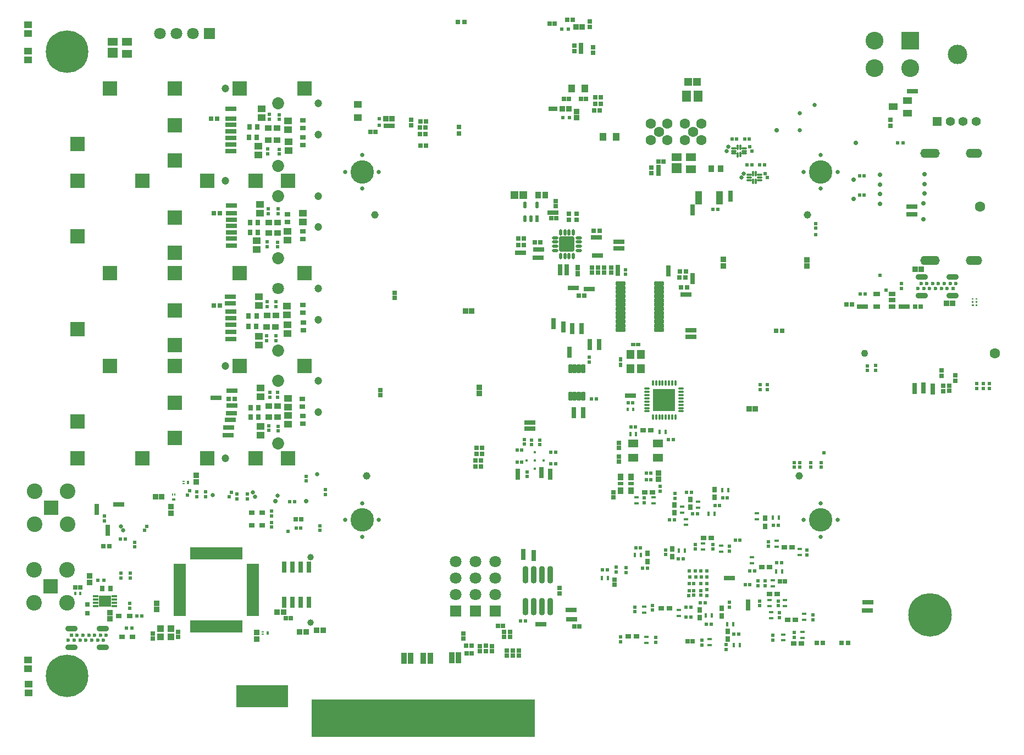
<source format=gbr>
G04*
G04 #@! TF.GenerationSoftware,Altium Limited,Altium Designer,24.2.2 (26)*
G04*
G04 Layer_Color=16711935*
%FSLAX25Y25*%
%MOIN*%
G70*
G04*
G04 #@! TF.SameCoordinates,80A8E479-4E92-43EF-BFA2-91FD1FC97BD2*
G04*
G04*
G04 #@! TF.FilePolarity,Negative*
G04*
G01*
G75*
%ADD20R,0.02288X0.02016*%
%ADD21R,0.02016X0.02288*%
%ADD34R,0.02657X0.01772*%
%ADD43R,0.02911X0.02648*%
%ADD48R,0.02756X0.02756*%
%ADD56R,0.02123X0.01860*%
%ADD61R,0.02631X0.02648*%
%ADD75R,0.01860X0.02123*%
%ADD77R,0.03740X0.02756*%
%ADD78R,0.02423X0.02254*%
%ADD79R,0.02985X0.03197*%
%ADD83R,0.01772X0.02657*%
%ADD97R,0.02204X0.02382*%
%ADD108R,0.02029X0.01860*%
%ADD110C,0.02362*%
%ADD114R,0.31496X0.13583*%
%ADD115R,1.35433X0.23032*%
%ADD116R,0.03359X0.03556*%
%ADD117R,0.03359X0.03162*%
%ADD118R,0.03600X0.17300*%
%ADD119R,0.03600X0.13400*%
%ADD121R,0.02965X0.02769*%
G04:AMPARAMS|DCode=122|XSize=15.87mil|YSize=31.62mil|CornerRadius=5.97mil|HoleSize=0mil|Usage=FLASHONLY|Rotation=0.000|XOffset=0mil|YOffset=0mil|HoleType=Round|Shape=RoundedRectangle|*
%AMROUNDEDRECTD122*
21,1,0.01587,0.01968,0,0,0.0*
21,1,0.00394,0.03162,0,0,0.0*
1,1,0.01194,0.00197,-0.00984*
1,1,0.01194,-0.00197,-0.00984*
1,1,0.01194,-0.00197,0.00984*
1,1,0.01194,0.00197,0.00984*
%
%ADD122ROUNDEDRECTD122*%
G04:AMPARAMS|DCode=123|XSize=15.87mil|YSize=31.62mil|CornerRadius=5.97mil|HoleSize=0mil|Usage=FLASHONLY|Rotation=270.000|XOffset=0mil|YOffset=0mil|HoleType=Round|Shape=RoundedRectangle|*
%AMROUNDEDRECTD123*
21,1,0.01587,0.01968,0,0,270.0*
21,1,0.00394,0.03162,0,0,270.0*
1,1,0.01194,-0.00984,-0.00197*
1,1,0.01194,-0.00984,0.00197*
1,1,0.01194,0.00984,0.00197*
1,1,0.01194,0.00984,-0.00197*
%
%ADD123ROUNDEDRECTD123*%
%ADD125R,0.02572X0.02572*%
%ADD126R,0.02572X0.02572*%
%ADD128R,0.03162X0.03359*%
%ADD138R,0.03458X0.03162*%
%ADD144R,0.03556X0.04343*%
%ADD145R,0.03556X0.03359*%
%ADD146R,0.03162X0.03458*%
%ADD147R,0.02769X0.02965*%
%ADD151R,0.03162X0.02965*%
%ADD154R,0.03359X0.03359*%
%ADD155R,0.03359X0.03359*%
%ADD156R,0.03556X0.03753*%
G04:AMPARAMS|DCode=161|XSize=15.87mil|YSize=35.56mil|CornerRadius=5.97mil|HoleSize=0mil|Usage=FLASHONLY|Rotation=180.000|XOffset=0mil|YOffset=0mil|HoleType=Round|Shape=RoundedRectangle|*
%AMROUNDEDRECTD161*
21,1,0.01587,0.02362,0,0,180.0*
21,1,0.00394,0.03556,0,0,180.0*
1,1,0.01194,-0.00197,0.01181*
1,1,0.01194,0.00197,0.01181*
1,1,0.01194,0.00197,-0.01181*
1,1,0.01194,-0.00197,-0.01181*
%
%ADD161ROUNDEDRECTD161*%
%ADD169R,0.02965X0.02965*%
%ADD170C,0.03937*%
%ADD171C,0.07296*%
%ADD172R,0.09068X0.09068*%
%ADD173C,0.07099*%
%ADD174C,0.04737*%
%ADD175C,0.05721*%
%ADD176C,0.04331*%
%ADD177C,0.06299*%
%ADD178O,0.09855X0.05524*%
%ADD179O,0.11824X0.05524*%
%ADD180C,0.06312*%
%ADD181C,0.26391*%
G04:AMPARAMS|DCode=182|XSize=35.43mil|YSize=74.8mil|CornerRadius=17.72mil|HoleSize=0mil|Usage=FLASHONLY|Rotation=270.000|XOffset=0mil|YOffset=0mil|HoleType=Round|Shape=RoundedRectangle|*
%AMROUNDEDRECTD182*
21,1,0.03543,0.03937,0,0,270.0*
21,1,0.00000,0.07480,0,0,270.0*
1,1,0.03543,-0.01968,0.00000*
1,1,0.03543,-0.01968,0.00000*
1,1,0.03543,0.01968,0.00000*
1,1,0.03543,0.01968,0.00000*
%
%ADD182ROUNDEDRECTD182*%
%ADD183R,0.02362X0.02362*%
%ADD184R,0.07099X0.07099*%
%ADD185C,0.14186*%
%ADD186C,0.10827*%
%ADD187R,0.10827X0.10827*%
%ADD188C,0.11800*%
%ADD189R,0.05472X0.05472*%
%ADD190C,0.05472*%
%ADD191C,0.04540*%
%ADD192R,0.07099X0.07099*%
%ADD193C,0.25800*%
%ADD194C,0.06300*%
%ADD195C,0.09461*%
%ADD196R,0.08674X0.08674*%
%ADD197C,0.01600*%
%ADD198C,0.02600*%
%ADD199C,0.02800*%
%ADD200C,0.02400*%
%ADD201C,0.02769*%
%ADD248R,0.04331X0.03937*%
%ADD250R,0.04921X0.03937*%
%ADD254R,0.02648X0.02631*%
%ADD256R,0.05906X0.04724*%
%ADD259R,0.02953X0.03543*%
%ADD261R,0.03543X0.02953*%
%ADD262R,0.04355X0.03773*%
%ADD264R,0.01968X0.01870*%
%ADD267R,0.01870X0.01968*%
%ADD268R,0.03937X0.04921*%
%ADD270R,0.03300X0.03900*%
%ADD271R,0.03300X0.02400*%
%ADD278R,0.01772X0.00787*%
%ADD279R,0.01772X0.02165*%
%ADD284R,0.02165X0.01772*%
%ADD285R,0.00787X0.01772*%
%ADD286R,0.05512X0.03937*%
%ADD287R,0.01575X0.01968*%
G04:AMPARAMS|DCode=295|XSize=40.88mil|YSize=20.95mil|CornerRadius=10.48mil|HoleSize=0mil|Usage=FLASHONLY|Rotation=90.000|XOffset=0mil|YOffset=0mil|HoleType=Round|Shape=RoundedRectangle|*
%AMROUNDEDRECTD295*
21,1,0.04088,0.00000,0,0,90.0*
21,1,0.01993,0.02095,0,0,90.0*
1,1,0.02095,0.00000,0.00996*
1,1,0.02095,0.00000,-0.00996*
1,1,0.02095,0.00000,-0.00996*
1,1,0.02095,0.00000,0.00996*
%
%ADD295ROUNDEDRECTD295*%
%ADD296R,0.02095X0.04088*%
%ADD300R,0.02681X0.02410*%
%ADD301R,0.02410X0.02681*%
%ADD302R,0.04724X0.05512*%
%ADD305R,0.03162X0.06902*%
G04:AMPARAMS|DCode=306|XSize=25.72mil|YSize=63.12mil|CornerRadius=5.95mil|HoleSize=0mil|Usage=FLASHONLY|Rotation=90.000|XOffset=0mil|YOffset=0mil|HoleType=Round|Shape=RoundedRectangle|*
%AMROUNDEDRECTD306*
21,1,0.02572,0.05122,0,0,90.0*
21,1,0.01382,0.06312,0,0,90.0*
1,1,0.01190,0.02561,0.00691*
1,1,0.01190,0.02561,-0.00691*
1,1,0.01190,-0.02561,-0.00691*
1,1,0.01190,-0.02561,0.00691*
%
%ADD306ROUNDEDRECTD306*%
%ADD307R,0.03753X0.03556*%
%ADD308R,0.06312X0.04737*%
%ADD309R,0.06312X0.06312*%
%ADD310R,0.04737X0.04343*%
%ADD311R,0.02769X0.02572*%
%ADD312R,0.03792X0.03635*%
%ADD313R,0.03635X0.03792*%
%ADD314R,0.04540X0.03950*%
%ADD315O,0.03556X0.10642*%
%ADD316R,0.03084X0.02926*%
%ADD317R,0.02965X0.02965*%
%ADD318R,0.13543X0.13543*%
%ADD319O,0.03268X0.01654*%
%ADD320O,0.01654X0.03268*%
%ADD321R,0.07296X0.01981*%
%ADD322R,0.01981X0.07296*%
G04:AMPARAMS|DCode=323|XSize=25.72mil|YSize=53.28mil|CornerRadius=5.95mil|HoleSize=0mil|Usage=FLASHONLY|Rotation=0.000|XOffset=0mil|YOffset=0mil|HoleType=Round|Shape=RoundedRectangle|*
%AMROUNDEDRECTD323*
21,1,0.02572,0.04138,0,0,0.0*
21,1,0.01382,0.05328,0,0,0.0*
1,1,0.01190,0.00691,-0.02069*
1,1,0.01190,-0.00691,-0.02069*
1,1,0.01190,-0.00691,0.02069*
1,1,0.01190,0.00691,0.02069*
%
%ADD323ROUNDEDRECTD323*%
%ADD324R,0.03950X0.02965*%
%ADD325R,0.02769X0.02808*%
%ADD326R,0.02847X0.03005*%
%ADD327R,0.03556X0.01784*%
%ADD328R,0.07493X0.07099*%
%ADD329R,0.04147X0.01981*%
%ADD330R,0.03753X0.04147*%
%ADD331R,0.04934X0.05131*%
G04:AMPARAMS|DCode=332|XSize=90.68mil|YSize=90.68mil|CornerRadius=6.07mil|HoleSize=0mil|Usage=FLASHONLY|Rotation=180.000|XOffset=0mil|YOffset=0mil|HoleType=Round|Shape=RoundedRectangle|*
%AMROUNDEDRECTD332*
21,1,0.09068,0.07854,0,0,180.0*
21,1,0.07854,0.09068,0,0,180.0*
1,1,0.01213,-0.03927,0.03927*
1,1,0.01213,0.03927,0.03927*
1,1,0.01213,0.03927,-0.03927*
1,1,0.01213,-0.03927,-0.03927*
%
%ADD332ROUNDEDRECTD332*%
G04:AMPARAMS|DCode=333|XSize=19.81mil|YSize=37.53mil|CornerRadius=5.95mil|HoleSize=0mil|Usage=FLASHONLY|Rotation=180.000|XOffset=0mil|YOffset=0mil|HoleType=Round|Shape=RoundedRectangle|*
%AMROUNDEDRECTD333*
21,1,0.01981,0.02563,0,0,180.0*
21,1,0.00791,0.03753,0,0,180.0*
1,1,0.01190,-0.00396,0.01282*
1,1,0.01190,0.00396,0.01282*
1,1,0.01190,0.00396,-0.01282*
1,1,0.01190,-0.00396,-0.01282*
%
%ADD333ROUNDEDRECTD333*%
G04:AMPARAMS|DCode=334|XSize=19.81mil|YSize=37.53mil|CornerRadius=5.95mil|HoleSize=0mil|Usage=FLASHONLY|Rotation=90.000|XOffset=0mil|YOffset=0mil|HoleType=Round|Shape=RoundedRectangle|*
%AMROUNDEDRECTD334*
21,1,0.01981,0.02563,0,0,90.0*
21,1,0.00791,0.03753,0,0,90.0*
1,1,0.01190,0.01282,0.00396*
1,1,0.01190,0.01282,-0.00396*
1,1,0.01190,-0.01282,-0.00396*
1,1,0.01190,-0.01282,0.00396*
%
%ADD334ROUNDEDRECTD334*%
%ADD335R,0.05328X0.06509*%
%ADD336R,0.03320X0.03477*%
G36*
X552110Y-149386D02*
X552165Y-149442D01*
X552195Y-149514D01*
Y-149553D01*
Y-149947D01*
Y-149986D01*
X552165Y-150058D01*
X552110Y-150114D01*
X552038Y-150144D01*
X551172D01*
X551100Y-150114D01*
X551044Y-150058D01*
X551014Y-149986D01*
Y-149947D01*
Y-149553D01*
Y-149514D01*
X551044Y-149442D01*
X551100Y-149386D01*
X551172Y-149356D01*
X552038D01*
X552110Y-149386D01*
D02*
G37*
G36*
X549748D02*
X549803Y-149442D01*
X549833Y-149514D01*
Y-149553D01*
Y-149947D01*
Y-149986D01*
X549803Y-150058D01*
X549748Y-150114D01*
X549676Y-150144D01*
X548810D01*
X548737Y-150114D01*
X548682Y-150058D01*
X548652Y-149986D01*
Y-149947D01*
Y-149553D01*
Y-149514D01*
X548682Y-149442D01*
X548737Y-149386D01*
X548810Y-149356D01*
X549676D01*
X549748Y-149386D01*
D02*
G37*
G36*
X552110Y-151355D02*
X552165Y-151410D01*
X552195Y-151482D01*
Y-151522D01*
Y-151915D01*
Y-151954D01*
X552165Y-152027D01*
X552110Y-152082D01*
X552038Y-152112D01*
X551172D01*
X551100Y-152082D01*
X551044Y-152027D01*
X551014Y-151954D01*
Y-151915D01*
Y-151522D01*
Y-151482D01*
X551044Y-151410D01*
X551100Y-151355D01*
X551172Y-151325D01*
X552038D01*
X552110Y-151355D01*
D02*
G37*
G36*
X549748D02*
X549803Y-151410D01*
X549833Y-151482D01*
Y-151522D01*
Y-151915D01*
Y-151954D01*
X549803Y-152027D01*
X549748Y-152082D01*
X549676Y-152112D01*
X548810D01*
X548737Y-152082D01*
X548682Y-152027D01*
X548652Y-151954D01*
Y-151915D01*
Y-151522D01*
Y-151482D01*
X548682Y-151410D01*
X548737Y-151355D01*
X548810Y-151325D01*
X549676D01*
X549748Y-151355D01*
D02*
G37*
G36*
X552110Y-153323D02*
X552165Y-153379D01*
X552195Y-153451D01*
Y-153490D01*
Y-153884D01*
Y-153923D01*
X552165Y-153995D01*
X552110Y-154051D01*
X552038Y-154081D01*
X551172D01*
X551100Y-154051D01*
X551044Y-153995D01*
X551014Y-153923D01*
Y-153884D01*
Y-153490D01*
Y-153451D01*
X551044Y-153379D01*
X551100Y-153323D01*
X551172Y-153293D01*
X552038D01*
X552110Y-153323D01*
D02*
G37*
G36*
X549945D02*
X550000Y-153379D01*
X550030Y-153451D01*
Y-153490D01*
Y-153884D01*
Y-153923D01*
X550000Y-153995D01*
X549945Y-154051D01*
X549872Y-154081D01*
X548810D01*
X548737Y-154051D01*
X548682Y-153995D01*
X548652Y-153923D01*
Y-153884D01*
Y-153490D01*
Y-153451D01*
X548682Y-153379D01*
X548737Y-153323D01*
X548810Y-153293D01*
X549872D01*
X549945Y-153323D01*
D02*
G37*
D20*
X344886Y-227625D02*
D03*
X342008D02*
D03*
X364745Y-235189D02*
D03*
X367624D02*
D03*
X483580Y-86684D02*
D03*
X480701D02*
D03*
Y-75325D02*
D03*
X483580D02*
D03*
X273035Y-241440D02*
D03*
X275914D02*
D03*
X293508Y-249983D02*
D03*
X296386D02*
D03*
X275914Y-248841D02*
D03*
X273035D02*
D03*
X293508Y-242739D02*
D03*
X296386D02*
D03*
X327726Y-314261D02*
D03*
X324848D02*
D03*
X278061Y-345307D02*
D03*
X275183D02*
D03*
X347927Y-300752D02*
D03*
X345049D02*
D03*
X352125Y-313248D02*
D03*
X349247D02*
D03*
X368321Y-283981D02*
D03*
X365443D02*
D03*
X370896Y-307656D02*
D03*
X373775D02*
D03*
X382454Y-280340D02*
D03*
X379576D02*
D03*
X378701Y-267264D02*
D03*
X375823D02*
D03*
X392985Y-275324D02*
D03*
X395864D02*
D03*
X397682Y-270454D02*
D03*
X400560D02*
D03*
X408211Y-296223D02*
D03*
X405333D02*
D03*
X428427Y-287222D02*
D03*
X431306D02*
D03*
X416959Y-314918D02*
D03*
X414081D02*
D03*
X430439Y-310000D02*
D03*
X433317D02*
D03*
X414193Y-323079D02*
D03*
X411315D02*
D03*
X404529Y-353241D02*
D03*
X407407D02*
D03*
X387739Y-347319D02*
D03*
X390618D02*
D03*
X384252Y-334147D02*
D03*
X387130D02*
D03*
X375527Y-336756D02*
D03*
X378406D02*
D03*
X375395Y-342722D02*
D03*
X378274D02*
D03*
X321018Y-210585D02*
D03*
X318140D02*
D03*
X481095Y-146983D02*
D03*
X483973D02*
D03*
X35331Y-295474D02*
D03*
X32453D02*
D03*
X135153Y-272729D02*
D03*
X138031D02*
D03*
X406262Y-53007D02*
D03*
X403384D02*
D03*
X410962D02*
D03*
X413841D02*
D03*
X420209Y-68583D02*
D03*
X423087D02*
D03*
X415308D02*
D03*
X412430D02*
D03*
X394772Y-95374D02*
D03*
X391893D02*
D03*
X343213Y-212680D02*
D03*
X340335D02*
D03*
D21*
X344356Y-336740D02*
D03*
Y-339618D02*
D03*
X357074Y-358050D02*
D03*
Y-355171D02*
D03*
X359724Y-263648D02*
D03*
Y-266526D02*
D03*
X350264Y-270553D02*
D03*
Y-273431D02*
D03*
X559503Y-201313D02*
D03*
Y-204191D02*
D03*
X555669Y-201313D02*
D03*
Y-204191D02*
D03*
X551863Y-201313D02*
D03*
Y-204191D02*
D03*
X490408Y-193080D02*
D03*
Y-190202D02*
D03*
X485443Y-193245D02*
D03*
Y-190367D02*
D03*
X123027Y-209376D02*
D03*
Y-206498D02*
D03*
X127852Y-209343D02*
D03*
Y-206464D02*
D03*
X128040Y-227070D02*
D03*
Y-229948D02*
D03*
X121355Y-154492D02*
D03*
Y-151613D02*
D03*
X126919Y-154456D02*
D03*
Y-151578D02*
D03*
X121141Y-172233D02*
D03*
Y-175112D02*
D03*
X126844Y-172233D02*
D03*
Y-175112D02*
D03*
X281819Y-235394D02*
D03*
Y-238272D02*
D03*
X279002Y-257564D02*
D03*
Y-254685D02*
D03*
X127853Y-118265D02*
D03*
Y-115386D02*
D03*
X121447Y-118096D02*
D03*
Y-115218D02*
D03*
X128673Y-61997D02*
D03*
Y-59118D02*
D03*
X121634Y-61701D02*
D03*
Y-58823D02*
D03*
X122328Y-229586D02*
D03*
Y-226707D02*
D03*
X286876Y-238272D02*
D03*
Y-235394D02*
D03*
X277335Y-237982D02*
D03*
Y-235104D02*
D03*
X401889Y-299924D02*
D03*
Y-302802D02*
D03*
X339051Y-315700D02*
D03*
Y-312822D02*
D03*
X333010Y-315349D02*
D03*
Y-312471D02*
D03*
X368747Y-270690D02*
D03*
Y-267812D02*
D03*
X363035Y-302107D02*
D03*
Y-304985D02*
D03*
X391718Y-298773D02*
D03*
Y-301651D02*
D03*
X381165Y-298773D02*
D03*
Y-301651D02*
D03*
X425604Y-299909D02*
D03*
Y-297031D02*
D03*
X448823Y-302165D02*
D03*
Y-305043D02*
D03*
X419198Y-320856D02*
D03*
Y-323735D02*
D03*
X423336Y-320919D02*
D03*
Y-323798D02*
D03*
X420158Y-333016D02*
D03*
Y-335894D02*
D03*
X431311Y-333016D02*
D03*
Y-335894D02*
D03*
X432074Y-343153D02*
D03*
Y-340274D02*
D03*
X452498Y-344438D02*
D03*
Y-341560D02*
D03*
X428149Y-356853D02*
D03*
Y-353974D02*
D03*
X440969Y-355032D02*
D03*
Y-352153D02*
D03*
X399669Y-359639D02*
D03*
Y-362517D02*
D03*
X385002Y-356992D02*
D03*
Y-359871D02*
D03*
X401716Y-336829D02*
D03*
Y-333951D02*
D03*
X355251Y-338672D02*
D03*
Y-335793D02*
D03*
X335938Y-354876D02*
D03*
Y-357754D02*
D03*
X316629Y-185271D02*
D03*
Y-188149D02*
D03*
X338900Y-132012D02*
D03*
Y-134890D02*
D03*
X153332Y-290286D02*
D03*
Y-287408D02*
D03*
X505959Y-140480D02*
D03*
Y-143358D02*
D03*
X41065Y-297396D02*
D03*
Y-300274D02*
D03*
X22748Y-284510D02*
D03*
Y-281632D02*
D03*
X109510Y-268246D02*
D03*
Y-271124D02*
D03*
X103211Y-268246D02*
D03*
Y-271124D02*
D03*
X84033Y-266868D02*
D03*
Y-269746D02*
D03*
X78718Y-266868D02*
D03*
Y-269746D02*
D03*
X145238Y-260310D02*
D03*
Y-257432D02*
D03*
X156766Y-268395D02*
D03*
Y-265517D02*
D03*
X38158Y-334583D02*
D03*
Y-337461D02*
D03*
X128673Y-40947D02*
D03*
Y-38069D02*
D03*
X127969Y-98110D02*
D03*
Y-95232D02*
D03*
X122005Y-98180D02*
D03*
Y-95302D02*
D03*
X122642Y-37989D02*
D03*
Y-40867D02*
D03*
D34*
X345342Y-270138D02*
D03*
Y-273780D02*
D03*
X355763Y-273746D02*
D03*
Y-270104D02*
D03*
X396647Y-299374D02*
D03*
Y-303016D02*
D03*
X350133Y-340193D02*
D03*
Y-336551D02*
D03*
X373050Y-279566D02*
D03*
Y-275924D02*
D03*
X382787Y-276388D02*
D03*
Y-272747D02*
D03*
X385671Y-298265D02*
D03*
Y-301907D02*
D03*
X418559Y-283415D02*
D03*
Y-279774D02*
D03*
X430500Y-300291D02*
D03*
Y-296649D02*
D03*
X444295Y-301444D02*
D03*
Y-305086D02*
D03*
X415520Y-310246D02*
D03*
Y-306604D02*
D03*
X428098Y-320538D02*
D03*
Y-324179D02*
D03*
X426003Y-332634D02*
D03*
Y-336276D02*
D03*
X435564Y-332669D02*
D03*
Y-336311D02*
D03*
X427141Y-343381D02*
D03*
Y-339739D02*
D03*
X447209Y-344542D02*
D03*
Y-340901D02*
D03*
X434536Y-357005D02*
D03*
Y-353364D02*
D03*
X446067Y-355413D02*
D03*
Y-351772D02*
D03*
X389825Y-356315D02*
D03*
Y-359957D02*
D03*
X370957Y-342237D02*
D03*
Y-338595D02*
D03*
X351462Y-354790D02*
D03*
Y-358431D02*
D03*
X375395Y-286995D02*
D03*
Y-283354D02*
D03*
D43*
X433665Y-169315D02*
D03*
X429991D02*
D03*
D48*
X12277Y-340634D02*
D03*
Y-335122D02*
D03*
D56*
X351359Y-255562D02*
D03*
X354246D02*
D03*
X351283Y-259460D02*
D03*
X354169D02*
D03*
X141915Y-288847D02*
D03*
X139028D02*
D03*
D61*
X241061Y17992D02*
D03*
X237107D02*
D03*
X458571Y-358586D02*
D03*
X454617D02*
D03*
X469937Y-358545D02*
D03*
X473891D02*
D03*
D75*
X424631Y-204759D02*
D03*
Y-201873D02*
D03*
X420506Y-204857D02*
D03*
Y-201971D02*
D03*
X32836Y-316162D02*
D03*
Y-319048D02*
D03*
X38386Y-319146D02*
D03*
Y-316260D02*
D03*
D77*
X111991Y-287291D02*
D03*
X118487D02*
D03*
Y-279631D02*
D03*
X111991D02*
D03*
X38032Y-342159D02*
D03*
X31536D02*
D03*
X39863Y-354991D02*
D03*
X33367D02*
D03*
D78*
X18906Y-320440D02*
D03*
X22281D02*
D03*
X39369Y-349357D02*
D03*
X35995D02*
D03*
X507137Y-55337D02*
D03*
X503763D02*
D03*
D79*
X26396Y-325656D02*
D03*
X21459D02*
D03*
D83*
X345268Y-231903D02*
D03*
X341626D02*
D03*
X359336Y-230579D02*
D03*
X362978D02*
D03*
X328165Y-319044D02*
D03*
X324523D02*
D03*
X348165Y-305187D02*
D03*
X344523D02*
D03*
X370978Y-302524D02*
D03*
X374620D02*
D03*
X392870Y-280198D02*
D03*
X389228D02*
D03*
X397300Y-265717D02*
D03*
X400942D02*
D03*
X428187Y-282426D02*
D03*
X431828D02*
D03*
X430254Y-315019D02*
D03*
X433895D02*
D03*
X404443Y-359750D02*
D03*
X408084D02*
D03*
X400555Y-347080D02*
D03*
X404196D02*
D03*
X387407Y-341828D02*
D03*
X391049D02*
D03*
D97*
X124092Y-285349D02*
D03*
Y-288321D02*
D03*
Y-281527D02*
D03*
Y-278556D02*
D03*
D108*
X45310Y-342159D02*
D03*
X42329D02*
D03*
D110*
X23927Y-353845D02*
D03*
X22155Y-356916D02*
D03*
X20384Y-353845D02*
D03*
X18612Y-356916D02*
D03*
X16841Y-353845D02*
D03*
X15069Y-356916D02*
D03*
X13297Y-353845D02*
D03*
X11526Y-356916D02*
D03*
X9754Y-353845D02*
D03*
X7982Y-356916D02*
D03*
X6211Y-353845D02*
D03*
X4439Y-356916D02*
D03*
X896D02*
D03*
X539201Y-140589D02*
D03*
X535658D02*
D03*
X533886Y-143660D02*
D03*
X532114Y-140589D02*
D03*
X530342Y-143660D02*
D03*
X528571Y-140589D02*
D03*
X526799Y-143660D02*
D03*
X525028Y-140589D02*
D03*
X523256Y-143660D02*
D03*
X521484Y-140589D02*
D03*
X519713Y-143660D02*
D03*
X517941Y-140589D02*
D03*
X516169Y-143660D02*
D03*
D114*
X118504Y-390698D02*
D03*
D115*
X216142Y-404084D02*
D03*
D116*
X249984Y-207334D02*
D03*
Y-203594D02*
D03*
X398150Y-125943D02*
D03*
Y-129683D02*
D03*
X358635Y-255525D02*
D03*
Y-259265D02*
D03*
X448685Y-129890D02*
D03*
Y-126150D02*
D03*
D117*
X296510Y-97444D02*
D03*
X293163D02*
D03*
X377107Y-147160D02*
D03*
X373761D02*
D03*
X305421Y-143307D02*
D03*
X308767D02*
D03*
X487157Y-338853D02*
D03*
X483811D02*
D03*
X487551Y-333951D02*
D03*
X484205D02*
D03*
X101173Y-34532D02*
D03*
X97827D02*
D03*
X91969Y-209857D02*
D03*
X88623D02*
D03*
X101787Y-205476D02*
D03*
X98441D02*
D03*
X101673Y-214628D02*
D03*
X98326D02*
D03*
X101378Y-219018D02*
D03*
X98032D02*
D03*
X100833Y-223016D02*
D03*
X97486D02*
D03*
X99705Y-227750D02*
D03*
X96359D02*
D03*
X99500Y-232623D02*
D03*
X96153D02*
D03*
X100833Y-152568D02*
D03*
X97486D02*
D03*
X100833Y-148368D02*
D03*
X97486D02*
D03*
X101227Y-157344D02*
D03*
X97880D02*
D03*
X101173Y-161561D02*
D03*
X97827D02*
D03*
X101014Y-165661D02*
D03*
X97668D02*
D03*
X101000Y-169841D02*
D03*
X97654D02*
D03*
X101000Y-174083D02*
D03*
X97654D02*
D03*
X193779Y-44972D02*
D03*
X197126D02*
D03*
X279146Y-228439D02*
D03*
X282492D02*
D03*
X399939Y-319114D02*
D03*
X403285D02*
D03*
X304391Y-344299D02*
D03*
X307737D02*
D03*
X303997Y-338372D02*
D03*
X307343D02*
D03*
X288966Y-347036D02*
D03*
X285619D02*
D03*
X318302Y-143744D02*
D03*
X314956D02*
D03*
X376713Y-168763D02*
D03*
X380060D02*
D03*
X376713Y-172725D02*
D03*
X380060D02*
D03*
X484207Y-154464D02*
D03*
X480861D02*
D03*
X506255Y-154629D02*
D03*
X509601D02*
D03*
X101394Y-105477D02*
D03*
X98047D02*
D03*
X511146Y-23798D02*
D03*
X514493D02*
D03*
X29824Y-274659D02*
D03*
X33170D02*
D03*
X98047Y-97922D02*
D03*
X101394D02*
D03*
X98047Y-93310D02*
D03*
X101394D02*
D03*
X98047Y-113289D02*
D03*
X101394D02*
D03*
X98047Y-117485D02*
D03*
X101394D02*
D03*
Y-109432D02*
D03*
X98047D02*
D03*
Y-101854D02*
D03*
X101394D02*
D03*
X282492Y-224803D02*
D03*
X279146D02*
D03*
X97827Y-60024D02*
D03*
X101173D02*
D03*
X97827Y-48213D02*
D03*
X101173D02*
D03*
X97827Y-56009D02*
D03*
X101173D02*
D03*
Y-52150D02*
D03*
X97827D02*
D03*
Y-44196D02*
D03*
X101173D02*
D03*
Y-40609D02*
D03*
X97827D02*
D03*
X284113Y-124801D02*
D03*
X287460D02*
D03*
X284507Y-120007D02*
D03*
X287854D02*
D03*
X323444Y-123420D02*
D03*
X320098D02*
D03*
X336295Y-115256D02*
D03*
X332948D02*
D03*
X336295Y-119079D02*
D03*
X332948D02*
D03*
X273479Y-121808D02*
D03*
X276825D02*
D03*
X322925Y-112402D02*
D03*
X319579D02*
D03*
X343447Y-208380D02*
D03*
X340100D02*
D03*
X510807Y-98430D02*
D03*
X514153D02*
D03*
X510749Y-93985D02*
D03*
X514095D02*
D03*
D118*
X281604Y-401427D02*
D03*
X159557D02*
D03*
X155620D02*
D03*
X187116D02*
D03*
X183179D02*
D03*
X242234D02*
D03*
X273730D02*
D03*
X269793D02*
D03*
X257982D02*
D03*
X238297D02*
D03*
X254045D02*
D03*
X222549D02*
D03*
X218612D02*
D03*
X210738D02*
D03*
X206801D02*
D03*
X191053D02*
D03*
X167431D02*
D03*
X171368D02*
D03*
X175305D02*
D03*
X179242D02*
D03*
X230423D02*
D03*
X214675D02*
D03*
X202864D02*
D03*
X250108D02*
D03*
X265856D02*
D03*
X246171D02*
D03*
X277667D02*
D03*
X261919D02*
D03*
X234360D02*
D03*
X226486D02*
D03*
X163494D02*
D03*
D119*
X151683Y-399477D02*
D03*
D121*
X264294Y-348020D02*
D03*
X261341D02*
D03*
X432509Y-321227D02*
D03*
X435462D02*
D03*
X135728Y-343537D02*
D03*
X132776D02*
D03*
D122*
X417717Y-73855D02*
D03*
X416142Y-78579D02*
D03*
Y-73855D02*
D03*
X408497Y-57691D02*
D03*
X406922Y-62415D02*
D03*
Y-57691D02*
D03*
D123*
X420079Y-77792D02*
D03*
Y-76217D02*
D03*
Y-74642D02*
D03*
X413779Y-77792D02*
D03*
Y-76217D02*
D03*
Y-74642D02*
D03*
X410859Y-61628D02*
D03*
Y-60053D02*
D03*
Y-58478D02*
D03*
X404560Y-61628D02*
D03*
Y-60053D02*
D03*
Y-58478D02*
D03*
D125*
X538620Y-196215D02*
D03*
Y-199365D02*
D03*
X530473Y-193192D02*
D03*
Y-196342D02*
D03*
X198846Y-149293D02*
D03*
Y-146143D02*
D03*
X190051Y-208220D02*
D03*
Y-205070D02*
D03*
X296443Y-90515D02*
D03*
Y-93664D02*
D03*
X298873Y-328483D02*
D03*
Y-325333D02*
D03*
X535229Y-202439D02*
D03*
Y-205589D02*
D03*
X531279Y-202562D02*
D03*
Y-205712D02*
D03*
X334809Y-237030D02*
D03*
Y-240180D02*
D03*
X334769Y-245455D02*
D03*
Y-248605D02*
D03*
X331500Y-267066D02*
D03*
Y-270216D02*
D03*
X208715Y-41245D02*
D03*
Y-44395D02*
D03*
X316960Y18355D02*
D03*
Y15205D02*
D03*
X319243Y-442D02*
D03*
Y2708D02*
D03*
X307838Y3794D02*
D03*
Y644D02*
D03*
X274048Y-366340D02*
D03*
Y-363190D02*
D03*
X257923Y-363494D02*
D03*
Y-360344D02*
D03*
X268610Y-354865D02*
D03*
Y-351716D02*
D03*
X270478Y-366340D02*
D03*
Y-363190D02*
D03*
X254258Y-363485D02*
D03*
Y-360336D02*
D03*
X265245Y-354964D02*
D03*
Y-351814D02*
D03*
X329999Y-133985D02*
D03*
Y-130835D02*
D03*
X318466Y-133858D02*
D03*
Y-130709D02*
D03*
X325911Y-133827D02*
D03*
Y-130677D02*
D03*
X322165Y-133985D02*
D03*
Y-130835D02*
D03*
D126*
X273870Y-113093D02*
D03*
X277020D02*
D03*
X273870Y-117285D02*
D03*
X277020D02*
D03*
X293612Y-101006D02*
D03*
X296762D02*
D03*
X217606Y-56678D02*
D03*
X214456D02*
D03*
X217653Y-42054D02*
D03*
X214504D02*
D03*
X217286Y-49939D02*
D03*
X214137D02*
D03*
X217292Y-45897D02*
D03*
X214143D02*
D03*
X310794Y-348362D02*
D03*
X307645D02*
D03*
X311779Y-28500D02*
D03*
X314929D02*
D03*
X322986Y-35510D02*
D03*
X319837D02*
D03*
X323739Y-31543D02*
D03*
X320590D02*
D03*
X323739Y-27614D02*
D03*
X320590D02*
D03*
X301370Y-28500D02*
D03*
X304519D02*
D03*
X303456Y19355D02*
D03*
X306606D02*
D03*
X242380Y-364765D02*
D03*
X245530D02*
D03*
X242155Y-360089D02*
D03*
X245304D02*
D03*
X361915Y-66369D02*
D03*
X358766D02*
D03*
X517744Y-154629D02*
D03*
X514595D02*
D03*
X472816Y-153283D02*
D03*
X475966D02*
D03*
X8113Y-324758D02*
D03*
X4963D02*
D03*
D128*
X514030Y-205843D02*
D03*
Y-202496D02*
D03*
X519516Y-205658D02*
D03*
Y-202312D02*
D03*
X525251Y-206098D02*
D03*
Y-202752D02*
D03*
X379331Y-139126D02*
D03*
Y-135779D02*
D03*
X364810Y-131268D02*
D03*
Y-134615D02*
D03*
X311874Y3892D02*
D03*
Y546D02*
D03*
X287686Y-253554D02*
D03*
Y-256901D02*
D03*
X292939Y-257778D02*
D03*
Y-254432D02*
D03*
X413236Y-333746D02*
D03*
Y-337092D02*
D03*
X276622Y-303248D02*
D03*
Y-306594D02*
D03*
X283000Y-307327D02*
D03*
Y-303980D02*
D03*
X358766Y-73628D02*
D03*
Y-70281D02*
D03*
X295187Y-163131D02*
D03*
Y-166478D02*
D03*
X301230Y-165297D02*
D03*
Y-168643D02*
D03*
X306563Y-166084D02*
D03*
Y-169431D02*
D03*
X334228Y-134083D02*
D03*
Y-130737D02*
D03*
X307492Y-220530D02*
D03*
Y-217184D02*
D03*
X313093Y-220530D02*
D03*
Y-217184D02*
D03*
X304933Y-183765D02*
D03*
Y-180418D02*
D03*
X322837Y-175875D02*
D03*
Y-179222D02*
D03*
X316984Y-175875D02*
D03*
Y-179222D02*
D03*
X312174Y-166272D02*
D03*
Y-169618D02*
D03*
X18069Y-275732D02*
D03*
Y-279078D02*
D03*
X24903Y-291989D02*
D03*
Y-288642D02*
D03*
X273564Y-257944D02*
D03*
Y-254598D02*
D03*
X379331Y-94094D02*
D03*
Y-97441D02*
D03*
X402461Y-89164D02*
D03*
Y-85818D02*
D03*
X302944Y-133957D02*
D03*
Y-130610D02*
D03*
X299023Y-133957D02*
D03*
Y-130610D02*
D03*
X309715Y-134350D02*
D03*
Y-131004D02*
D03*
D138*
X354035Y-229398D02*
D03*
X349311D02*
D03*
X350286Y-267045D02*
D03*
X355010D02*
D03*
X426181Y-328983D02*
D03*
X430905D02*
D03*
X437213Y-344417D02*
D03*
X441938D02*
D03*
X440776Y-358926D02*
D03*
X445500D02*
D03*
X435206Y-300596D02*
D03*
X439930D02*
D03*
X421341Y-312492D02*
D03*
X426065D02*
D03*
X386047Y-294810D02*
D03*
X390771D02*
D03*
X345274Y-354472D02*
D03*
X340550D02*
D03*
X365314Y-337359D02*
D03*
X360590D02*
D03*
D144*
X396358Y-70844D02*
D03*
X390846D02*
D03*
D145*
X413815Y-216619D02*
D03*
X417555D02*
D03*
X241814Y-157248D02*
D03*
X245554D02*
D03*
D146*
X400707Y-356266D02*
D03*
Y-351542D02*
D03*
X392807Y-270158D02*
D03*
Y-265434D02*
D03*
X423538Y-287720D02*
D03*
Y-282996D02*
D03*
X383821Y-343142D02*
D03*
Y-338418D02*
D03*
X377993Y-276207D02*
D03*
Y-271483D02*
D03*
X397131Y-342154D02*
D03*
Y-337430D02*
D03*
X367169Y-301526D02*
D03*
Y-306250D02*
D03*
X352169Y-304325D02*
D03*
Y-309049D02*
D03*
X368547Y-279636D02*
D03*
Y-274912D02*
D03*
D147*
X266660Y-363288D02*
D03*
Y-366241D02*
D03*
X240389Y-355896D02*
D03*
Y-352943D02*
D03*
X250590Y-360434D02*
D03*
Y-363387D02*
D03*
X332025Y-320127D02*
D03*
Y-323079D02*
D03*
D151*
X248310Y-240223D02*
D03*
X251657D02*
D03*
X247911Y-251646D02*
D03*
X251257D02*
D03*
X251657Y-243747D02*
D03*
X248310D02*
D03*
X251257Y-247857D02*
D03*
X247911D02*
D03*
D154*
X115238Y-356249D02*
D03*
Y-352312D02*
D03*
X78325Y-256813D02*
D03*
Y-260750D02*
D03*
X63187Y-279767D02*
D03*
Y-275830D02*
D03*
X26084Y-343947D02*
D03*
Y-340010D02*
D03*
X13704Y-317933D02*
D03*
Y-321870D02*
D03*
D155*
X300600Y-34575D02*
D03*
X304537D02*
D03*
X53622Y-269685D02*
D03*
X57559D02*
D03*
X131481Y-339787D02*
D03*
X127544D02*
D03*
X141081Y-351919D02*
D03*
X145018D02*
D03*
X151541Y-350695D02*
D03*
X155478D02*
D03*
D156*
X54478Y-334467D02*
D03*
Y-338208D02*
D03*
D161*
X417717Y-78382D02*
D03*
X408497Y-62218D02*
D03*
D169*
X101771Y-210465D02*
D03*
X98228D02*
D03*
X92757Y-153816D02*
D03*
X89213D02*
D03*
Y-97922D02*
D03*
X92757D02*
D03*
X87417Y-40609D02*
D03*
X90961D02*
D03*
X310300Y-147748D02*
D03*
X313843D02*
D03*
X375086Y-136806D02*
D03*
X371543D02*
D03*
X375286Y-133099D02*
D03*
X371743D02*
D03*
X375984Y-142876D02*
D03*
X372441D02*
D03*
X22155Y-299918D02*
D03*
X25699D02*
D03*
X319480Y-108605D02*
D03*
X323024D02*
D03*
X287263Y-115556D02*
D03*
X283720D02*
D03*
D170*
X147850Y-306643D02*
D03*
Y-346013D02*
D03*
D171*
X127969Y-69079D02*
D03*
Y-31284D02*
D03*
Y-125181D02*
D03*
Y-87386D02*
D03*
Y-181284D02*
D03*
Y-237386D02*
D03*
Y-199591D02*
D03*
D172*
X26000Y-22111D02*
D03*
X65370D02*
D03*
X144110D02*
D03*
X104740D02*
D03*
Y-190418D02*
D03*
X144110D02*
D03*
X65370D02*
D03*
X6315Y-78213D02*
D03*
X45685D02*
D03*
X85055D02*
D03*
X6315Y-246520D02*
D03*
X45685D02*
D03*
X85055D02*
D03*
X26000Y-190418D02*
D03*
X65370Y-134315D02*
D03*
X26000D02*
D03*
X104740D02*
D03*
X114583Y-78213D02*
D03*
X134268D02*
D03*
X144110Y-134315D02*
D03*
X114583Y-246520D02*
D03*
X134268D02*
D03*
X6315Y-55890D02*
D03*
X65370Y-65733D02*
D03*
X6315Y-111993D02*
D03*
X65370Y-121835D02*
D03*
X6315Y-168095D02*
D03*
X65370Y-177937D02*
D03*
X6315Y-224197D02*
D03*
X65370Y-234040D02*
D03*
Y-44473D02*
D03*
Y-100575D02*
D03*
Y-156678D02*
D03*
Y-212780D02*
D03*
D173*
X127969Y-143489D02*
D03*
X247881Y-309138D02*
D03*
Y-319138D02*
D03*
Y-329138D02*
D03*
X235881Y-309080D02*
D03*
Y-319079D02*
D03*
Y-329080D02*
D03*
X259807Y-309138D02*
D03*
Y-319138D02*
D03*
Y-329138D02*
D03*
X56500Y11220D02*
D03*
X66500D02*
D03*
X76500D02*
D03*
D174*
X96079Y-22111D02*
D03*
Y-78213D02*
D03*
Y-190418D02*
D03*
Y-246520D02*
D03*
X152378Y-31284D02*
D03*
Y-50182D02*
D03*
Y-87386D02*
D03*
Y-106284D02*
D03*
Y-143489D02*
D03*
Y-162386D02*
D03*
Y-199591D02*
D03*
Y-218489D02*
D03*
D175*
X127969Y-237386D02*
D03*
Y-199591D02*
D03*
Y-31284D02*
D03*
Y-69079D02*
D03*
Y-143489D02*
D03*
Y-181284D02*
D03*
Y-87386D02*
D03*
Y-125181D02*
D03*
D176*
X483912Y-182684D02*
D03*
D177*
X562652D02*
D03*
D178*
X550089Y-61389D02*
D03*
Y-126350D02*
D03*
D179*
X523396Y-61389D02*
D03*
Y-126350D02*
D03*
D180*
X553632Y-93870D02*
D03*
D181*
X523282Y-341349D02*
D03*
D182*
X21762Y-349750D02*
D03*
Y-361010D02*
D03*
X2864Y-349750D02*
D03*
Y-361010D02*
D03*
X537232Y-136495D02*
D03*
Y-147755D02*
D03*
X518335Y-136495D02*
D03*
Y-147755D02*
D03*
D183*
X2667Y-353845D02*
D03*
X537429Y-143660D02*
D03*
D184*
X247881Y-339138D02*
D03*
X235881Y-339079D02*
D03*
X259807Y-339138D02*
D03*
D185*
X457114Y-72760D02*
D03*
X178964Y-283981D02*
D03*
X457114D02*
D03*
X178964Y-72760D02*
D03*
D186*
X489757Y-9825D02*
D03*
Y6675D02*
D03*
X511457Y-9825D02*
D03*
D187*
Y6675D02*
D03*
D188*
X540158Y-1575D02*
D03*
D189*
X527783Y-42241D02*
D03*
D190*
X535658D02*
D03*
X543532D02*
D03*
X551405D02*
D03*
D191*
X449165Y-98784D02*
D03*
X444165Y-257327D02*
D03*
X186913Y-98784D02*
D03*
X181913Y-257327D02*
D03*
D192*
X86500Y11220D02*
D03*
D193*
X0Y0D02*
D03*
X0Y-378395D02*
D03*
D194*
X359022Y-48582D02*
D03*
X354023Y-43582D02*
D03*
Y-53582D02*
D03*
X364022D02*
D03*
Y-43582D02*
D03*
X379898Y-48591D02*
D03*
X374898Y-43591D02*
D03*
Y-53591D02*
D03*
X384898D02*
D03*
Y-43591D02*
D03*
D195*
X-20039Y-314096D02*
D03*
X-39D02*
D03*
Y-334096D02*
D03*
X-20039D02*
D03*
X-19449Y-286455D02*
D03*
X551D02*
D03*
Y-266455D02*
D03*
X-19449D02*
D03*
D196*
X-10039Y-324096D02*
D03*
X-9449Y-276454D02*
D03*
D197*
X283923Y-252975D02*
D03*
Y-242739D02*
D03*
X289041Y-247857D02*
D03*
X283923D02*
D03*
X278805D02*
D03*
D198*
X151637Y-256120D02*
D03*
X410429Y-73717D02*
D03*
X409214Y-76217D02*
D03*
X457114Y-62524D02*
D03*
Y-82997D02*
D03*
X446877Y-72760D02*
D03*
X467350D02*
D03*
X127666Y-269082D02*
D03*
X453277Y-32043D02*
D03*
X444272Y-37161D02*
D03*
X444572Y-47397D02*
D03*
X114076Y-269685D02*
D03*
X112860Y-267185D02*
D03*
X401210Y-57553D02*
D03*
X399994Y-60053D02*
D03*
X178964Y-273745D02*
D03*
Y-294217D02*
D03*
X168728Y-283981D02*
D03*
X189200D02*
D03*
X467350D02*
D03*
X446877D02*
D03*
X457114Y-294217D02*
D03*
Y-273745D02*
D03*
X178964Y-62524D02*
D03*
Y-82997D02*
D03*
X168728Y-72760D02*
D03*
X189200D02*
D03*
X34051Y-290295D02*
D03*
X32836Y-287795D02*
D03*
X88598Y-268701D02*
D03*
D199*
X477127Y-77450D02*
D03*
X493120Y-74498D02*
D03*
Y-92214D02*
D03*
X477127Y-89262D02*
D03*
X493120Y-86309D02*
D03*
Y-80403D02*
D03*
X519974Y-74185D02*
D03*
X519384Y-101588D02*
D03*
X519500Y-91901D02*
D03*
X519974Y-85996D02*
D03*
Y-80090D02*
D03*
X430385Y-47397D02*
D03*
X126320Y-272517D02*
D03*
X478332Y-55253D02*
D03*
X145238Y-272561D02*
D03*
D200*
X377287Y-326698D02*
D03*
Y-322486D02*
D03*
X380181D02*
D03*
Y-326698D02*
D03*
X384393D02*
D03*
Y-322486D02*
D03*
X384740Y-318493D02*
D03*
X381302Y-318638D02*
D03*
X377622D02*
D03*
X377001Y-329733D02*
D03*
X380181Y-329592D02*
D03*
X384393D02*
D03*
X388080Y-329733D02*
D03*
Y-326030D02*
D03*
Y-322376D02*
D03*
Y-318638D02*
D03*
X388041Y-314965D02*
D03*
X384592D02*
D03*
X381165Y-314918D02*
D03*
X377425D02*
D03*
X496923Y-144504D02*
D03*
X493183Y-135449D02*
D03*
X134048Y-290849D02*
D03*
X424755Y-76217D02*
D03*
X423429Y-73717D02*
D03*
X459221Y-243129D02*
D03*
X457305Y-249306D02*
D03*
Y-251806D02*
D03*
X454201Y-110692D02*
D03*
X453976Y-104306D02*
D03*
Y-106717D02*
D03*
X451024Y-249306D02*
D03*
Y-251806D02*
D03*
X444401Y-249306D02*
D03*
X444301Y-251806D02*
D03*
X441024Y-249306D02*
D03*
Y-251806D02*
D03*
X99860Y-267185D02*
D03*
X98534Y-269685D02*
D03*
X300108Y-116535D02*
D03*
X306407D02*
D03*
X303258Y-119685D02*
D03*
Y-113386D02*
D03*
X415536Y-60053D02*
D03*
X414210Y-57553D02*
D03*
X48377Y-287795D02*
D03*
X47051Y-290295D02*
D03*
X73057Y-268701D02*
D03*
X74383Y-266201D02*
D03*
D201*
X367562Y-205790D02*
D03*
X364019D02*
D03*
X360476D02*
D03*
X356932D02*
D03*
X367562Y-209333D02*
D03*
X364019D02*
D03*
X360476D02*
D03*
X356932D02*
D03*
X367562Y-212877D02*
D03*
X364019D02*
D03*
X360476D02*
D03*
X356932D02*
D03*
X367562Y-216420D02*
D03*
X364019D02*
D03*
X360476D02*
D03*
X356932D02*
D03*
D248*
X63127Y-349936D02*
D03*
X56631D02*
D03*
Y-354857D02*
D03*
X63127D02*
D03*
D250*
X176562Y-31850D02*
D03*
Y-39724D02*
D03*
D254*
X237699Y-45449D02*
D03*
Y-49403D02*
D03*
D256*
X358460Y-246212D02*
D03*
X343499D02*
D03*
Y-237551D02*
D03*
X358460D02*
D03*
D259*
X116156Y-215834D02*
D03*
X111432D02*
D03*
X116076Y-221663D02*
D03*
X111352D02*
D03*
X114996Y-160087D02*
D03*
X110271D02*
D03*
X114778Y-166566D02*
D03*
X110054D02*
D03*
X110950Y-109408D02*
D03*
X115675D02*
D03*
X110758Y-45632D02*
D03*
X115482D02*
D03*
X115675Y-103540D02*
D03*
X110950D02*
D03*
X115257Y-51710D02*
D03*
X110533D02*
D03*
D261*
X142911Y-215230D02*
D03*
Y-210506D02*
D03*
X143249Y-158107D02*
D03*
Y-153382D02*
D03*
X143367Y-164061D02*
D03*
Y-168786D02*
D03*
X143102Y-113532D02*
D03*
Y-108808D02*
D03*
Y-56658D02*
D03*
Y-51933D02*
D03*
X142973Y-225658D02*
D03*
Y-220933D02*
D03*
X133880Y-103246D02*
D03*
Y-98522D02*
D03*
X143102Y-46072D02*
D03*
Y-41348D02*
D03*
D262*
X121350Y-159693D02*
D03*
X126673D02*
D03*
X121141Y-166842D02*
D03*
X126464D02*
D03*
X127607Y-109956D02*
D03*
X122283D02*
D03*
X127329Y-53651D02*
D03*
X122005D02*
D03*
X127834Y-214963D02*
D03*
X122511D02*
D03*
X122533Y-221621D02*
D03*
X127856D02*
D03*
X122283Y-103373D02*
D03*
X127607D02*
D03*
X122157Y-46153D02*
D03*
X127481D02*
D03*
D264*
X189325Y-40609D02*
D03*
Y-44645D02*
D03*
D267*
X304665Y-39929D02*
D03*
X300630D02*
D03*
X304096Y13932D02*
D03*
X300060D02*
D03*
D268*
X306072Y-22128D02*
D03*
X313946D02*
D03*
X333050Y-51638D02*
D03*
X325176D02*
D03*
D270*
X342048Y-266051D02*
D03*
Y-257783D02*
D03*
X335749D02*
D03*
Y-266051D02*
D03*
D271*
X342048Y-261917D02*
D03*
X335749D02*
D03*
D278*
X70647Y-260455D02*
D03*
Y-261833D02*
D03*
X118865Y-353085D02*
D03*
Y-351708D02*
D03*
D279*
X73600Y-261144D02*
D03*
X121818Y-352397D02*
D03*
D284*
X64855Y-271555D02*
D03*
D285*
X64166Y-268602D02*
D03*
X65544D02*
D03*
D286*
X509781Y-29577D02*
D03*
Y-37057D02*
D03*
X501119Y-33317D02*
D03*
D287*
X8113Y-328424D02*
D03*
X4963D02*
D03*
X343349Y-216806D02*
D03*
X340199D02*
D03*
D295*
X285106Y-92716D02*
D03*
X277625D02*
D03*
Y-101112D02*
D03*
X281366D02*
D03*
D296*
X285106D02*
D03*
D300*
X343287Y-177641D02*
D03*
X346559D02*
D03*
D301*
X335827Y-189881D02*
D03*
Y-186609D02*
D03*
D302*
X341774Y-183605D02*
D03*
Y-192266D02*
D03*
X348073D02*
D03*
Y-183605D02*
D03*
D305*
X141870Y-333811D02*
D03*
X136870D02*
D03*
X146870D02*
D03*
X131870D02*
D03*
X141870Y-312551D02*
D03*
X136870D02*
D03*
X146870D02*
D03*
X131870D02*
D03*
D306*
X358984Y-140494D02*
D03*
Y-143053D02*
D03*
Y-145612D02*
D03*
Y-148171D02*
D03*
Y-150730D02*
D03*
Y-153289D02*
D03*
Y-155848D02*
D03*
Y-158407D02*
D03*
Y-160966D02*
D03*
Y-163525D02*
D03*
Y-166084D02*
D03*
Y-168643D02*
D03*
X335756Y-140494D02*
D03*
Y-143053D02*
D03*
Y-145612D02*
D03*
Y-148171D02*
D03*
Y-150730D02*
D03*
Y-153289D02*
D03*
Y-155848D02*
D03*
Y-158407D02*
D03*
Y-160966D02*
D03*
Y-163525D02*
D03*
Y-166084D02*
D03*
Y-168643D02*
D03*
D307*
X537062Y-152506D02*
D03*
X533322D02*
D03*
X514299Y-131793D02*
D03*
X518039D02*
D03*
D308*
X36524Y-1260D02*
D03*
Y6221D02*
D03*
X27862D02*
D03*
X369882Y-63805D02*
D03*
X378543D02*
D03*
Y-71285D02*
D03*
D309*
X27862Y-472D02*
D03*
X369882Y-70498D02*
D03*
D310*
X117431Y-203818D02*
D03*
Y-209133D02*
D03*
X134070Y-210256D02*
D03*
Y-215571D02*
D03*
X116331Y-148565D02*
D03*
Y-153880D02*
D03*
X133343Y-154164D02*
D03*
Y-159479D02*
D03*
X116290Y-177823D02*
D03*
Y-172508D02*
D03*
X133631Y-170680D02*
D03*
Y-165365D02*
D03*
X133880Y-108900D02*
D03*
Y-114215D02*
D03*
X115251Y-114505D02*
D03*
Y-119820D02*
D03*
X134318Y-54409D02*
D03*
Y-59724D02*
D03*
X134206Y-220638D02*
D03*
Y-225953D02*
D03*
X117431Y-227212D02*
D03*
Y-232527D02*
D03*
X134268Y-47303D02*
D03*
Y-41988D02*
D03*
X143102Y-97846D02*
D03*
Y-103160D02*
D03*
X116959Y-92574D02*
D03*
Y-97889D02*
D03*
X117968Y-39769D02*
D03*
Y-34454D02*
D03*
X116000Y-62440D02*
D03*
Y-57125D02*
D03*
D311*
X184154Y-48559D02*
D03*
X187107D02*
D03*
X293315Y-34500D02*
D03*
X296268D02*
D03*
X292667Y17052D02*
D03*
X295620D02*
D03*
D312*
X197210Y-40360D02*
D03*
X193352D02*
D03*
X312496Y15066D02*
D03*
X308637D02*
D03*
D313*
X309202Y-36071D02*
D03*
Y-39929D02*
D03*
D314*
X-23500Y610D02*
D03*
Y-4705D02*
D03*
Y11220D02*
D03*
Y16535D02*
D03*
X-23425Y-374114D02*
D03*
Y-368799D02*
D03*
X-23366Y-383394D02*
D03*
Y-388709D02*
D03*
D315*
X293000Y-336344D02*
D03*
X288000D02*
D03*
X283000D02*
D03*
X278000D02*
D03*
X293000Y-317053D02*
D03*
X288000D02*
D03*
X283000D02*
D03*
X278000D02*
D03*
D316*
X379400Y-357390D02*
D03*
X376329D02*
D03*
D317*
X354545Y-73575D02*
D03*
Y-70031D02*
D03*
X499308Y-44727D02*
D03*
Y-41184D02*
D03*
X309202Y-101772D02*
D03*
Y-98228D02*
D03*
X304537D02*
D03*
Y-101772D02*
D03*
D318*
X362247Y-211105D02*
D03*
D319*
X372562Y-204215D02*
D03*
Y-206184D02*
D03*
Y-208152D02*
D03*
Y-210121D02*
D03*
Y-212089D02*
D03*
Y-214058D02*
D03*
Y-216026D02*
D03*
Y-217995D02*
D03*
X351933Y-217995D02*
D03*
Y-216026D02*
D03*
Y-214058D02*
D03*
Y-212089D02*
D03*
Y-210121D02*
D03*
Y-208152D02*
D03*
Y-206184D02*
D03*
Y-204215D02*
D03*
D320*
X369137Y-221420D02*
D03*
X367169D02*
D03*
X365200D02*
D03*
X363232D02*
D03*
X361263D02*
D03*
X359295D02*
D03*
X357326D02*
D03*
X355358D02*
D03*
X355358Y-200790D02*
D03*
X357326D02*
D03*
X359295D02*
D03*
X361263D02*
D03*
X363232D02*
D03*
X365200D02*
D03*
X367169D02*
D03*
X369137D02*
D03*
D321*
X112795Y-341030D02*
D03*
Y-339061D02*
D03*
Y-337093D02*
D03*
Y-335124D02*
D03*
Y-333156D02*
D03*
Y-331187D02*
D03*
Y-329219D02*
D03*
Y-327250D02*
D03*
Y-325282D02*
D03*
Y-323313D02*
D03*
Y-321345D02*
D03*
Y-319376D02*
D03*
Y-317408D02*
D03*
Y-315439D02*
D03*
Y-313471D02*
D03*
Y-311502D02*
D03*
X68307Y-341030D02*
D03*
Y-339061D02*
D03*
Y-337093D02*
D03*
Y-335124D02*
D03*
Y-333156D02*
D03*
Y-331187D02*
D03*
Y-329219D02*
D03*
Y-327250D02*
D03*
Y-325282D02*
D03*
Y-323313D02*
D03*
Y-321345D02*
D03*
Y-319376D02*
D03*
Y-317408D02*
D03*
Y-315439D02*
D03*
Y-313471D02*
D03*
Y-311502D02*
D03*
D322*
X105315Y-348510D02*
D03*
Y-304022D02*
D03*
X103346Y-348510D02*
D03*
Y-304022D02*
D03*
X101378Y-348510D02*
D03*
Y-304022D02*
D03*
X99409Y-348510D02*
D03*
Y-304022D02*
D03*
X97441Y-348510D02*
D03*
Y-304022D02*
D03*
X95472Y-348510D02*
D03*
Y-304022D02*
D03*
X93504Y-348510D02*
D03*
Y-304022D02*
D03*
X91535Y-348510D02*
D03*
Y-304022D02*
D03*
X89567Y-348510D02*
D03*
Y-304022D02*
D03*
X87598Y-348510D02*
D03*
Y-304022D02*
D03*
X85630Y-348510D02*
D03*
Y-304022D02*
D03*
X83661Y-348510D02*
D03*
Y-304022D02*
D03*
X81693Y-348510D02*
D03*
Y-304022D02*
D03*
X79724Y-348510D02*
D03*
Y-304022D02*
D03*
X77756Y-348510D02*
D03*
Y-304022D02*
D03*
X75787Y-348510D02*
D03*
Y-304022D02*
D03*
D323*
X313041Y-208748D02*
D03*
X310482D02*
D03*
X307923D02*
D03*
X305363D02*
D03*
X313041Y-192016D02*
D03*
X310482D02*
D03*
X307923D02*
D03*
X305363D02*
D03*
D324*
X500493Y-146896D02*
D03*
Y-150636D02*
D03*
Y-154376D02*
D03*
X491044D02*
D03*
Y-146896D02*
D03*
D325*
X142185Y-283671D02*
D03*
X138642D02*
D03*
D326*
X52137Y-352856D02*
D03*
Y-355927D02*
D03*
X67323Y-351798D02*
D03*
Y-354869D02*
D03*
D327*
X17282Y-334140D02*
D03*
Y-336109D02*
D03*
Y-330203D02*
D03*
Y-332172D02*
D03*
X28699Y-334140D02*
D03*
Y-336109D02*
D03*
Y-330203D02*
D03*
Y-332172D02*
D03*
D328*
X22991Y-333156D02*
D03*
D329*
X383268Y-91472D02*
D03*
Y-89504D02*
D03*
Y-87535D02*
D03*
Y-85567D02*
D03*
X395669D02*
D03*
Y-87535D02*
D03*
Y-89504D02*
D03*
Y-91472D02*
D03*
D330*
X285736Y-86846D02*
D03*
X290263D02*
D03*
D331*
X276832D02*
D03*
X271320D02*
D03*
X382131Y-18191D02*
D03*
X376619D02*
D03*
D332*
X303258Y-116535D02*
D03*
D333*
X307096Y-109350D02*
D03*
X304537D02*
D03*
X301978D02*
D03*
X299419D02*
D03*
Y-123721D02*
D03*
X301978D02*
D03*
X304537D02*
D03*
X307096D02*
D03*
D334*
X296073Y-112697D02*
D03*
Y-115256D02*
D03*
Y-117815D02*
D03*
Y-120374D02*
D03*
X310443D02*
D03*
Y-117815D02*
D03*
Y-115256D02*
D03*
Y-112697D02*
D03*
D335*
X375726Y-26916D02*
D03*
X382812D02*
D03*
D336*
X237548Y-365746D02*
D03*
Y-369132D02*
D03*
X233548Y-365746D02*
D03*
Y-369132D02*
D03*
X220441Y-366179D02*
D03*
Y-369565D02*
D03*
X216141D02*
D03*
Y-366179D02*
D03*
X208410Y-366179D02*
D03*
Y-369565D02*
D03*
X204409D02*
D03*
Y-366179D02*
D03*
M02*

</source>
